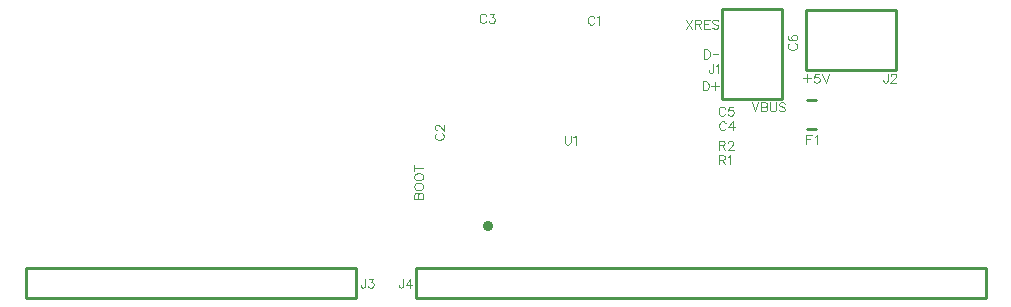
<source format=gbr>
G04 DipTrace 3.1.0.1*
G04 TopSilk.gbr*
%MOIN*%
G04 #@! TF.FileFunction,Legend,Top*
G04 #@! TF.Part,Single*
%ADD10C,0.009843*%
%ADD26C,0.035008*%
%ADD79C,0.004632*%
%FSLAX26Y26*%
G04*
G70*
G90*
G75*
G01*
G04 TopSilk*
%LPD*%
X1588701Y393701D2*
D10*
Y493701D1*
X488701Y393701D2*
X1588701D1*
X488701D2*
Y493701D1*
X563501D1*
X1588701D1*
X3314401Y491701D2*
X3322001D1*
X1862801D2*
X3688701D1*
X1788701D2*
X1862801D1*
X1788701Y391701D2*
Y491701D1*
Y391701D2*
X3688701D1*
Y491701D1*
X3092973Y955484D2*
X3124457D1*
X3092973Y1053918D2*
X3124457D1*
X3010701Y1164001D2*
Y1355701D1*
Y1055701D2*
Y1355701D1*
X2810701Y1055701D2*
Y1355701D1*
X3010701Y1055701D2*
X2810701D1*
X3010701Y1355701D2*
X2810701D1*
X3197001Y1153701D2*
X3388701D1*
X3088701D2*
X3388701D1*
X3088701Y1353701D2*
X3388701D1*
X3088701Y1153701D2*
Y1353701D1*
X3388701Y1153701D2*
Y1353701D1*
D26*
X2031408Y632338D3*
X1620201Y456635D2*
D79*
Y433687D1*
X1618775Y429376D1*
X1617316Y427950D1*
X1614464Y426491D1*
X1611579D1*
X1608727Y427950D1*
X1607301Y429376D1*
X1605842Y433687D1*
Y436539D1*
X1632349Y456602D2*
X1648101D1*
X1639512Y445128D1*
X1643823D1*
X1646675Y443702D1*
X1648101Y442276D1*
X1649560Y437965D1*
Y435113D1*
X1648101Y430802D1*
X1645249Y427917D1*
X1640938Y426491D1*
X1636627D1*
X1632349Y427917D1*
X1630923Y429376D1*
X1629464Y432228D1*
X1747488Y456635D2*
Y433687D1*
X1746062Y429376D1*
X1744603Y427950D1*
X1741751Y426491D1*
X1738866D1*
X1736014Y427950D1*
X1734588Y429376D1*
X1733129Y433687D1*
Y436539D1*
X1771110Y426491D2*
Y456602D1*
X1756751Y436539D1*
X1778273D1*
X2384453Y1326275D2*
X2383027Y1329127D1*
X2380142Y1332012D1*
X2377290Y1333438D1*
X2371553D1*
X2368668Y1332012D1*
X2365816Y1329127D1*
X2364357Y1326275D1*
X2362931Y1321964D1*
Y1314768D1*
X2364357Y1310490D1*
X2365816Y1307605D1*
X2368668Y1304753D1*
X2371553Y1303294D1*
X2377290D1*
X2380142Y1304753D1*
X2383027Y1307605D1*
X2384453Y1310490D1*
X2393716Y1327668D2*
X2396601Y1329127D1*
X2400912Y1333405D1*
Y1303294D1*
X1860245Y941247D2*
X1857393Y939821D1*
X1854508Y936936D1*
X1853082Y934084D1*
Y928347D1*
X1854508Y925462D1*
X1857393Y922610D1*
X1860245Y921151D1*
X1864556Y919725D1*
X1871752D1*
X1876030Y921151D1*
X1878915Y922610D1*
X1881767Y925462D1*
X1883226Y928347D1*
Y934084D1*
X1881767Y936936D1*
X1878915Y939821D1*
X1876030Y941247D1*
X1860278Y951970D2*
X1858852D1*
X1855967Y953395D1*
X1854541Y954821D1*
X1853115Y957706D1*
Y963443D1*
X1854541Y966295D1*
X1855967Y967721D1*
X1858852Y969180D1*
X1861704D1*
X1864589Y967721D1*
X1868867Y964869D1*
X1883226Y950510D1*
Y970606D1*
X2023538Y1332275D2*
X2022112Y1335127D1*
X2019227Y1338012D1*
X2016375Y1339438D1*
X2010638D1*
X2007753Y1338012D1*
X2004901Y1335127D1*
X2003442Y1332275D1*
X2002016Y1327964D1*
Y1320768D1*
X2003442Y1316490D1*
X2004901Y1313605D1*
X2007753Y1310753D1*
X2010638Y1309294D1*
X2016375D1*
X2019227Y1310753D1*
X2022112Y1313605D1*
X2023538Y1316490D1*
X2035687Y1339405D2*
X2051439D1*
X2042850Y1327931D1*
X2047161D1*
X2050013Y1326505D1*
X2051439Y1325079D1*
X2052898Y1320768D1*
Y1317916D1*
X2051439Y1313605D1*
X2048587Y1310720D1*
X2044276Y1309294D1*
X2039965D1*
X2035687Y1310720D1*
X2034261Y1312179D1*
X2032802Y1315031D1*
X2822534Y974157D2*
X2821108Y977009D1*
X2818223Y979894D1*
X2815371Y981320D1*
X2809634D1*
X2806749Y979894D1*
X2803897Y977009D1*
X2802438Y974157D1*
X2801012Y969846D1*
Y962650D1*
X2802438Y958372D1*
X2803897Y955487D1*
X2806749Y952635D1*
X2809634Y951176D1*
X2815371D1*
X2818223Y952635D1*
X2821108Y955487D1*
X2822534Y958372D1*
X2846156Y951176D2*
Y981287D1*
X2831797Y961224D1*
X2853319D1*
X2820247Y1023157D2*
X2818821Y1026009D1*
X2815936Y1028894D1*
X2813084Y1030320D1*
X2807347D1*
X2804462Y1028894D1*
X2801610Y1026009D1*
X2800151Y1023157D1*
X2798725Y1018846D1*
Y1011650D1*
X2800151Y1007372D1*
X2801610Y1004487D1*
X2804462Y1001635D1*
X2807347Y1000176D1*
X2813084D1*
X2815936Y1001635D1*
X2818821Y1004487D1*
X2820247Y1007372D1*
X2846721Y1030287D2*
X2832395D1*
X2830969Y1017387D1*
X2832395Y1018813D1*
X2836706Y1020272D1*
X2840984D1*
X2845295Y1018813D1*
X2848180Y1015961D1*
X2849606Y1011650D1*
Y1008798D1*
X2848180Y1004487D1*
X2845295Y1001602D1*
X2840984Y1000176D1*
X2836706D1*
X2832395Y1001602D1*
X2830969Y1003061D1*
X2829510Y1005913D1*
X3037245Y1242047D2*
X3034393Y1240621D1*
X3031508Y1237736D1*
X3030082Y1234884D1*
Y1229147D1*
X3031508Y1226262D1*
X3034393Y1223410D1*
X3037245Y1221951D1*
X3041556Y1220525D1*
X3048752D1*
X3053030Y1221951D1*
X3055915Y1223410D1*
X3058767Y1226262D1*
X3060226Y1229147D1*
Y1234884D1*
X3058767Y1237736D1*
X3055915Y1240621D1*
X3053030Y1242047D1*
X3034393Y1268522D2*
X3031541Y1267096D1*
X3030115Y1262785D1*
Y1259933D1*
X3031541Y1255622D1*
X3035852Y1252737D1*
X3043015Y1251311D1*
X3050178D1*
X3055915Y1252737D1*
X3058800Y1255622D1*
X3060226Y1259933D1*
Y1261359D1*
X3058800Y1265637D1*
X3055915Y1268522D1*
X3051604Y1269948D1*
X3050178D1*
X3045867Y1268522D1*
X3043015Y1265637D1*
X3041589Y1261359D1*
Y1259933D1*
X3043015Y1255622D1*
X3045867Y1252737D1*
X3050178Y1251311D1*
X3109861Y935784D2*
X3091191D1*
Y905640D1*
Y921425D2*
X3102665D1*
X3119125Y930014D2*
X3122010Y931473D1*
X3126321Y935751D1*
Y905640D1*
X2780651Y1171635D2*
Y1148687D1*
X2779225Y1144376D1*
X2777766Y1142950D1*
X2774914Y1141491D1*
X2772029D1*
X2769177Y1142950D1*
X2767751Y1144376D1*
X2766292Y1148687D1*
Y1151539D1*
X2789914Y1165865D2*
X2792799Y1167324D1*
X2797110Y1171602D1*
Y1141491D1*
X3362201Y1140635D2*
Y1117687D1*
X3360775Y1113376D1*
X3359316Y1111950D1*
X3356464Y1110491D1*
X3353579D1*
X3350727Y1111950D1*
X3349301Y1113376D1*
X3347842Y1117687D1*
Y1120539D1*
X3372923Y1133439D2*
Y1134865D1*
X3374349Y1137750D1*
X3375775Y1139176D1*
X3378660Y1140602D1*
X3384397D1*
X3387249Y1139176D1*
X3388675Y1137750D1*
X3390134Y1134865D1*
Y1132013D1*
X3388675Y1129128D1*
X3385823Y1124850D1*
X3371464Y1110491D1*
X3391560D1*
X2800959Y853961D2*
X2813859D1*
X2818170Y855420D1*
X2819629Y856846D1*
X2821055Y859698D1*
Y862583D1*
X2819629Y865435D1*
X2818170Y866894D1*
X2813859Y868320D1*
X2800959D1*
Y838176D1*
X2811007Y853961D2*
X2821055Y838176D1*
X2830318Y862550D2*
X2833203Y864009D1*
X2837514Y868287D1*
Y838176D1*
X2799509Y901961D2*
X2812409D1*
X2816720Y903420D1*
X2818179Y904846D1*
X2819605Y907698D1*
Y910583D1*
X2818179Y913435D1*
X2816720Y914894D1*
X2812409Y916320D1*
X2799509D1*
Y886176D1*
X2809557Y901961D2*
X2819605Y886176D1*
X2830327Y909124D2*
Y910550D1*
X2831753Y913435D1*
X2833179Y914861D1*
X2836064Y916287D1*
X2841801D1*
X2844653Y914861D1*
X2846079Y913435D1*
X2847538Y910550D1*
Y907698D1*
X2846079Y904813D1*
X2843227Y900535D1*
X2828868Y886176D1*
X2848964D1*
X2285644Y933367D2*
Y911845D1*
X2287070Y907534D1*
X2289955Y904682D1*
X2294266Y903223D1*
X2297118D1*
X2301429Y904682D1*
X2304314Y907534D1*
X2305740Y911845D1*
Y933367D1*
X2315003Y927597D2*
X2317888Y929056D1*
X2322199Y933334D1*
Y903223D1*
X1784082Y723226D2*
X1814226D1*
Y736159D1*
X1812767Y740470D1*
X1811341Y741896D1*
X1808489Y743322D1*
X1804178D1*
X1801293Y741896D1*
X1799867Y740471D1*
X1798441Y736160D1*
X1796982Y740471D1*
X1795556Y741896D1*
X1792704Y743322D1*
X1789819D1*
X1786967Y741896D1*
X1785508Y740471D1*
X1784082Y736160D1*
Y723226D1*
X1798441D2*
Y736160D1*
X1784082Y761208D2*
X1785508Y758323D1*
X1788393Y755471D1*
X1791245Y754012D1*
X1795556Y752586D1*
X1802752D1*
X1807030Y754012D1*
X1809915Y755471D1*
X1812767Y758323D1*
X1814226Y761208D1*
Y766945D1*
X1812767Y769797D1*
X1809915Y772682D1*
X1807030Y774108D1*
X1802752Y775534D1*
X1795556D1*
X1791245Y774108D1*
X1788393Y772682D1*
X1785508Y769797D1*
X1784082Y766945D1*
Y761208D1*
Y793419D2*
X1785508Y790534D1*
X1788393Y787682D1*
X1791245Y786223D1*
X1795556Y784797D1*
X1802752D1*
X1807030Y786223D1*
X1809915Y787682D1*
X1812767Y790534D1*
X1814226Y793419D1*
Y799156D1*
X1812767Y802008D1*
X1809915Y804893D1*
X1807030Y806319D1*
X1802752Y807745D1*
X1795556D1*
X1791245Y806319D1*
X1788393Y804893D1*
X1785508Y802008D1*
X1784082Y799156D1*
Y793419D1*
Y827057D2*
X1814226D1*
X1784082Y817009D2*
Y837105D1*
X2750701Y1220842D2*
Y1190698D1*
X2760749D1*
X2765060Y1192157D1*
X2767945Y1195009D1*
X2769371Y1197894D1*
X2770797Y1202172D1*
Y1209368D1*
X2769371Y1213679D1*
X2767945Y1216531D1*
X2765060Y1219416D1*
X2760749Y1220842D1*
X2750701D1*
X2780060Y1205753D2*
X2796641D1*
X2745701Y1114842D2*
Y1084698D1*
X2755749D1*
X2760060Y1086157D1*
X2762945Y1089009D1*
X2764371Y1091894D1*
X2765797Y1096172D1*
Y1103368D1*
X2764371Y1107679D1*
X2762945Y1110531D1*
X2760060Y1113416D1*
X2755749Y1114842D1*
X2745701D1*
X2787960Y1112670D2*
Y1086837D1*
X2775060Y1099737D2*
X2800893D1*
X2908701Y1044842D2*
X2920175Y1014698D1*
X2931649Y1044842D1*
X2940912D2*
Y1014698D1*
X2953845D1*
X2958156Y1016157D1*
X2959582Y1017583D1*
X2961008Y1020435D1*
Y1024746D1*
X2959582Y1027631D1*
X2958156Y1029057D1*
X2953845Y1030483D1*
X2958156Y1031942D1*
X2959582Y1033368D1*
X2961008Y1036220D1*
Y1039105D1*
X2959582Y1041957D1*
X2958156Y1043416D1*
X2953845Y1044842D1*
X2940912D1*
Y1030483D2*
X2953845D1*
X2970272Y1044842D2*
Y1023320D1*
X2971698Y1019009D1*
X2974583Y1016157D1*
X2978894Y1014698D1*
X2981746D1*
X2986057Y1016157D1*
X2988942Y1019009D1*
X2990368Y1023320D1*
Y1044842D1*
X3019727Y1040531D2*
X3016875Y1043416D1*
X3012564Y1044842D1*
X3006827D1*
X3002516Y1043416D1*
X2999631Y1040531D1*
Y1037679D1*
X3001090Y1034794D1*
X3002516Y1033368D1*
X3005368Y1031942D1*
X3013990Y1029057D1*
X3016875Y1027631D1*
X3018301Y1026172D1*
X3019727Y1023320D1*
Y1019009D1*
X3016875Y1016157D1*
X3012564Y1014698D1*
X3006827D1*
X3002516Y1016157D1*
X2999631Y1019009D1*
X2691701Y1319842D2*
X2711797Y1289698D1*
Y1319842D2*
X2691701Y1289698D1*
X2721060Y1305483D2*
X2733960D1*
X2738271Y1306942D1*
X2739730Y1308368D1*
X2741156Y1311220D1*
Y1314105D1*
X2739730Y1316957D1*
X2738271Y1318416D1*
X2733960Y1319842D1*
X2721060D1*
Y1289698D1*
X2731108Y1305483D2*
X2741156Y1289698D1*
X2769057Y1319842D2*
X2750420D1*
Y1289698D1*
X2769057D1*
X2750420Y1305483D2*
X2761894D1*
X2798416Y1315531D2*
X2795564Y1318416D1*
X2791253Y1319842D1*
X2785516D1*
X2781205Y1318416D1*
X2778320Y1315531D1*
Y1312679D1*
X2779779Y1309794D1*
X2781205Y1308368D1*
X2784057Y1306942D1*
X2792679Y1304057D1*
X2795564Y1302631D1*
X2796990Y1301172D1*
X2798416Y1298320D1*
Y1294009D1*
X2795564Y1291157D1*
X2791253Y1289698D1*
X2785516D1*
X2781205Y1291157D1*
X2778320Y1294009D1*
X3093601Y1137670D2*
Y1111837D1*
X3080701Y1124737D2*
X3106534D1*
X3133008Y1139809D2*
X3118682D1*
X3117256Y1126909D1*
X3118682Y1128335D1*
X3122993Y1129794D1*
X3127271D1*
X3131582Y1128335D1*
X3134467Y1125483D1*
X3135893Y1121172D1*
Y1118320D1*
X3134467Y1114009D1*
X3131582Y1111124D1*
X3127271Y1109698D1*
X3122993D1*
X3118682Y1111124D1*
X3117256Y1112583D1*
X3115797Y1115435D1*
X3145157Y1139842D2*
X3156631Y1109698D1*
X3168105Y1139842D1*
M02*

</source>
